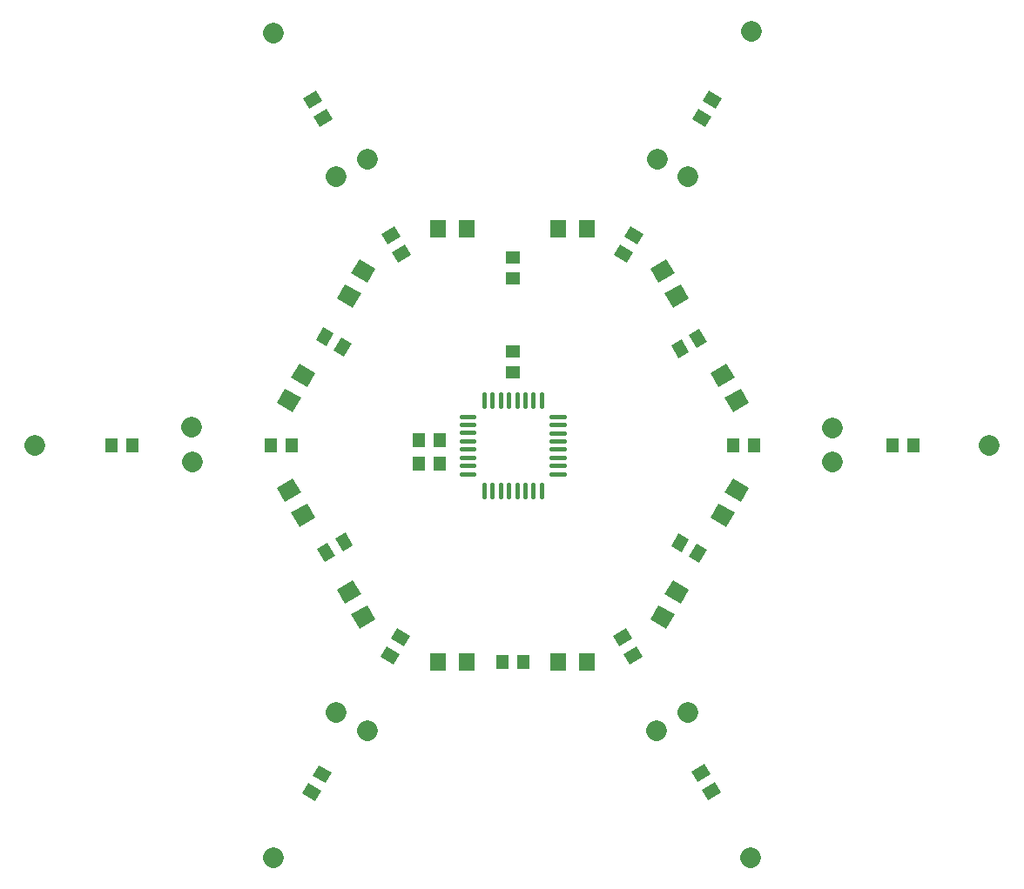
<source format=gtp>
G04 ---------------------------- Layer name :TOP PASTER LAYER*
G04 EasyEDA v5.8.22, Wed, 05 Dec 2018 12:37:06 GMT*
G04 38c36d2c5fec4219b0fe707d271aa1e6*
G04 Gerber Generator version 0.2*
G04 Scale: 100 percent, Rotated: No, Reflected: No *
G04 Dimensions in inches *
G04 leading zeros omitted , absolute positions ,2 integer and 4 decimal *
%FSLAX24Y24*%
%MOIN*%
G90*
G70D02*

%ADD12C,0.017717*%
%ADD13C,0.078740*%
%ADD15R,0.045670X0.057870*%
%ADD16R,0.057870X0.045670*%
%ADD17R,0.063000X0.070900*%

%LPD*%
G54D12*
G01X17602Y18482D02*
G01X17602Y18009D01*
G01X17917Y18482D02*
G01X17917Y18009D01*
G01X18232Y18482D02*
G01X18232Y18009D01*
G01X18546Y18482D02*
G01X18546Y18009D01*
G01X18861Y18482D02*
G01X18861Y18009D01*
G01X19175Y18482D02*
G01X19175Y18009D01*
G01X19490Y18482D02*
G01X19490Y18009D01*
G01X19805Y18482D02*
G01X19805Y18009D01*
G01X20186Y17626D02*
G01X20657Y17626D01*
G01X20186Y17311D02*
G01X20657Y17311D01*
G01X20186Y16996D02*
G01X20657Y16996D01*
G01X20186Y16680D02*
G01X20657Y16680D01*
G01X20186Y16367D02*
G01X20657Y16367D01*
G01X20186Y16051D02*
G01X20657Y16051D01*
G01X20186Y15736D02*
G01X20657Y15736D01*
G01X20186Y15422D02*
G01X20657Y15422D01*
G01X19802Y15032D02*
G01X19802Y14559D01*
G01X19486Y15032D02*
G01X19486Y14559D01*
G01X19171Y15032D02*
G01X19171Y14559D01*
G01X18857Y15032D02*
G01X18857Y14559D01*
G01X18542Y15032D02*
G01X18542Y14559D01*
G01X18228Y15032D02*
G01X18228Y14559D01*
G01X17913Y15032D02*
G01X17913Y14559D01*
G01X17598Y15032D02*
G01X17598Y14559D01*
G01X16746Y15426D02*
G01X17217Y15426D01*
G01X16746Y15740D02*
G01X17217Y15740D01*
G01X16746Y16055D02*
G01X17217Y16055D01*
G01X16746Y16371D02*
G01X17217Y16371D01*
G01X16746Y16684D02*
G01X17217Y16684D01*
G01X16746Y17000D02*
G01X17217Y17000D01*
G01X16746Y17315D02*
G01X17217Y17315D01*
G01X16746Y17630D02*
G01X17217Y17630D01*
G54D13*
G01X13151Y5571D02*
G01X13151Y5571D01*
G01X9551Y721D02*
G01X9551Y721D01*
G01X11951Y6271D02*
G01X11951Y6271D01*
G01X6451Y15871D02*
G01X6451Y15871D01*
G01X6401Y17221D02*
G01X6401Y17221D01*
G01X11951Y26821D02*
G01X11951Y26821D01*
G01X13151Y27471D02*
G01X13151Y27471D01*
G01X24252Y27471D02*
G01X24252Y27471D01*
G01X25402Y26821D02*
G01X25402Y26821D01*
G01X30952Y17171D02*
G01X30952Y17171D01*
G01X30952Y15871D02*
G01X30952Y15871D01*
G01X25402Y6271D02*
G01X25402Y6271D01*
G01X24202Y5571D02*
G01X24202Y5571D01*
G01X401Y16521D02*
G01X401Y16521D01*
G01X9551Y32321D02*
G01X9551Y32321D01*
G01X27852Y32371D02*
G01X27852Y32371D01*
G01X36952Y16521D02*
G01X36952Y16521D01*
G01X27802Y721D02*
G01X27802Y721D01*
G54D15*
G01X15101Y16721D03*
G01X15901Y16721D03*
G01X15101Y15821D03*
G01X15901Y15821D03*
G54D16*
G01X18702Y19321D03*
G01X18702Y20121D03*
G36*
G01X11767Y3969D02*
G01X11538Y3575D01*
G01X11036Y3863D01*
G01X11265Y4259D01*
G01X11767Y3969D01*
G37*
G36*
G01X11367Y3278D02*
G01X11138Y2882D01*
G01X10636Y3171D01*
G01X10865Y3567D01*
G01X11367Y3278D01*
G37*
G54D15*
G01X4152Y16520D03*
G01X3352Y16520D03*
G36*
G01X11315Y28732D02*
G01X11086Y29127D01*
G01X11588Y29417D01*
G01X11817Y29021D01*
G01X11315Y28732D01*
G37*
G36*
G01X10915Y29425D02*
G01X10686Y29819D01*
G01X11188Y30109D01*
G01X11417Y29713D01*
G01X10915Y29425D01*
G37*
G36*
G01X25586Y29021D02*
G01X25815Y29417D01*
G01X26317Y29128D01*
G01X26088Y28732D01*
G01X25586Y29021D01*
G37*
G36*
G01X25986Y29713D02*
G01X26215Y30109D01*
G01X26717Y29819D01*
G01X26488Y29425D01*
G01X25986Y29713D01*
G37*
G01X33252Y16521D03*
G01X34052Y16521D03*
G36*
G01X26038Y4309D02*
G01X26267Y3913D01*
G01X25765Y3625D01*
G01X25536Y4019D01*
G01X26038Y4309D01*
G37*
G36*
G01X26438Y3617D02*
G01X26667Y3221D01*
G01X26165Y2932D01*
G01X25936Y3328D01*
G01X26438Y3617D01*
G37*
G36*
G01X14767Y9219D02*
G01X14538Y8825D01*
G01X14036Y9113D01*
G01X14265Y9509D01*
G01X14767Y9219D01*
G37*
G36*
G01X14367Y8528D02*
G01X14138Y8132D01*
G01X13636Y8421D01*
G01X13865Y8817D01*
G01X14367Y8528D01*
G37*
G01X10252Y16520D03*
G01X9452Y16520D03*
G36*
G01X14315Y23532D02*
G01X14086Y23927D01*
G01X14588Y24217D01*
G01X14817Y23821D01*
G01X14315Y23532D01*
G37*
G36*
G01X13915Y24225D02*
G01X13686Y24619D01*
G01X14188Y24909D01*
G01X14417Y24513D01*
G01X13915Y24225D01*
G37*
G36*
G01X22586Y23821D02*
G01X22815Y24217D01*
G01X23317Y23928D01*
G01X23088Y23532D01*
G01X22586Y23821D01*
G37*
G36*
G01X22986Y24513D02*
G01X23215Y24909D01*
G01X23717Y24619D01*
G01X23488Y24225D01*
G01X22986Y24513D01*
G37*
G01X27152Y16521D03*
G01X27952Y16521D03*
G36*
G01X23038Y9509D02*
G01X23267Y9113D01*
G01X22765Y8825D01*
G01X22536Y9219D01*
G01X23038Y9509D01*
G37*
G36*
G01X23438Y8817D02*
G01X23667Y8421D01*
G01X23165Y8132D01*
G01X22936Y8528D01*
G01X23438Y8817D01*
G37*
G36*
G01X12251Y19905D02*
G01X11855Y20134D01*
G01X12144Y20636D01*
G01X12540Y20407D01*
G01X12251Y19905D01*
G37*
G36*
G01X11559Y20305D02*
G01X11163Y20534D01*
G01X11453Y21036D01*
G01X11848Y20807D01*
G01X11559Y20305D01*
G37*
G36*
G01X12590Y12684D02*
G01X12196Y12455D01*
G01X11905Y12957D01*
G01X12301Y13186D01*
G01X12590Y12684D01*
G37*
G36*
G01X11898Y12284D02*
G01X11503Y12055D01*
G01X11213Y12557D01*
G01X11609Y12786D01*
G01X11898Y12284D01*
G37*
G54D16*
G01X18702Y22920D03*
G01X18702Y23720D03*
G36*
G01X24763Y20357D02*
G01X25159Y20586D01*
G01X25448Y20084D01*
G01X25053Y19855D01*
G01X24763Y20357D01*
G37*
G36*
G01X25455Y20757D02*
G01X25852Y20986D01*
G01X26140Y20484D01*
G01X25744Y20255D01*
G01X25455Y20757D01*
G37*
G36*
G01X25053Y13136D02*
G01X25448Y12907D01*
G01X25159Y12405D01*
G01X24763Y12634D01*
G01X25053Y13136D01*
G37*
G36*
G01X25744Y12736D02*
G01X26140Y12507D01*
G01X25852Y12005D01*
G01X25455Y12234D01*
G01X25744Y12736D01*
G37*
G54D15*
G01X18302Y8221D03*
G01X19102Y8221D03*
G36*
G01X12576Y11347D02*
G01X12892Y10801D01*
G01X12276Y10447D01*
G01X11961Y10992D01*
G01X12576Y11347D01*
G37*
G36*
G01X13126Y10394D02*
G01X13442Y9849D01*
G01X12826Y9494D01*
G01X12511Y10040D01*
G01X13126Y10394D01*
G37*
G36*
G01X10526Y13394D02*
G01X10211Y13940D01*
G01X10826Y14294D01*
G01X11142Y13749D01*
G01X10526Y13394D01*
G37*
G36*
G01X9976Y14347D02*
G01X9661Y14892D01*
G01X10276Y15247D01*
G01X10592Y14701D01*
G01X9976Y14347D01*
G37*
G36*
G01X11142Y19292D02*
G01X10826Y18747D01*
G01X10211Y19102D01*
G01X10526Y19647D01*
G01X11142Y19292D01*
G37*
G36*
G01X10592Y18340D02*
G01X10276Y17794D01*
G01X9661Y18149D01*
G01X9976Y18694D01*
G01X10592Y18340D01*
G37*
G36*
G01X11961Y22149D02*
G01X12276Y22694D01*
G01X12892Y22340D01*
G01X12576Y21794D01*
G01X11961Y22149D01*
G37*
G36*
G01X12511Y23102D02*
G01X12826Y23647D01*
G01X13442Y23292D01*
G01X13126Y22747D01*
G01X12511Y23102D01*
G37*
G54D17*
G01X16952Y24820D03*
G01X15851Y24820D03*
G01X20452Y24820D03*
G01X21552Y24820D03*
G36*
G01X24827Y21794D02*
G01X24511Y22340D01*
G01X25127Y22694D01*
G01X25442Y22149D01*
G01X24827Y21794D01*
G37*
G36*
G01X24277Y22747D02*
G01X23961Y23292D01*
G01X24577Y23647D01*
G01X24892Y23102D01*
G01X24277Y22747D01*
G37*
G36*
G01X26877Y19647D02*
G01X27192Y19102D01*
G01X26577Y18747D01*
G01X26261Y19292D01*
G01X26877Y19647D01*
G37*
G36*
G01X27427Y18694D02*
G01X27742Y18149D01*
G01X27127Y17794D01*
G01X26811Y18340D01*
G01X27427Y18694D01*
G37*
G36*
G01X26261Y13749D02*
G01X26577Y14294D01*
G01X27192Y13940D01*
G01X26877Y13394D01*
G01X26261Y13749D01*
G37*
G36*
G01X26811Y14701D02*
G01X27127Y15247D01*
G01X27742Y14892D01*
G01X27427Y14347D01*
G01X26811Y14701D01*
G37*
G36*
G01X25442Y10992D02*
G01X25127Y10447D01*
G01X24511Y10801D01*
G01X24827Y11347D01*
G01X25442Y10992D01*
G37*
G36*
G01X24892Y10040D02*
G01X24577Y9494D01*
G01X23961Y9849D01*
G01X24277Y10394D01*
G01X24892Y10040D01*
G37*
G01X20452Y8220D03*
G01X21552Y8220D03*
G01X16952Y8220D03*
G01X15851Y8220D03*
M00*
M02*

</source>
